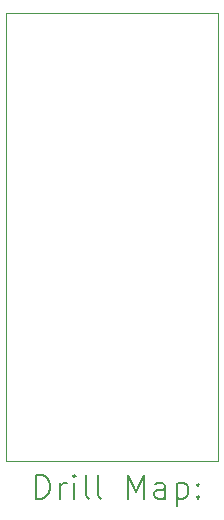
<source format=gbr>
%TF.GenerationSoftware,KiCad,Pcbnew,8.0.3*%
%TF.CreationDate,2024-06-18T14:47:22-04:00*%
%TF.ProjectId,SoarerMax,536f6172-6572-44d6-9178-2e6b69636164,rev?*%
%TF.SameCoordinates,Original*%
%TF.FileFunction,Drillmap*%
%TF.FilePolarity,Positive*%
%FSLAX45Y45*%
G04 Gerber Fmt 4.5, Leading zero omitted, Abs format (unit mm)*
G04 Created by KiCad (PCBNEW 8.0.3) date 2024-06-18 14:47:22*
%MOMM*%
%LPD*%
G01*
G04 APERTURE LIST*
%ADD10C,0.050000*%
%ADD11C,0.200000*%
G04 APERTURE END LIST*
D10*
X14000000Y-8100000D02*
X15800000Y-8100000D01*
X15800000Y-11900000D01*
X14000000Y-11900000D01*
X14000000Y-8100000D01*
D11*
X14258277Y-12213984D02*
X14258277Y-12013984D01*
X14258277Y-12013984D02*
X14305896Y-12013984D01*
X14305896Y-12013984D02*
X14334467Y-12023508D01*
X14334467Y-12023508D02*
X14353515Y-12042555D01*
X14353515Y-12042555D02*
X14363039Y-12061603D01*
X14363039Y-12061603D02*
X14372562Y-12099698D01*
X14372562Y-12099698D02*
X14372562Y-12128269D01*
X14372562Y-12128269D02*
X14363039Y-12166365D01*
X14363039Y-12166365D02*
X14353515Y-12185412D01*
X14353515Y-12185412D02*
X14334467Y-12204460D01*
X14334467Y-12204460D02*
X14305896Y-12213984D01*
X14305896Y-12213984D02*
X14258277Y-12213984D01*
X14458277Y-12213984D02*
X14458277Y-12080650D01*
X14458277Y-12118746D02*
X14467801Y-12099698D01*
X14467801Y-12099698D02*
X14477324Y-12090174D01*
X14477324Y-12090174D02*
X14496372Y-12080650D01*
X14496372Y-12080650D02*
X14515420Y-12080650D01*
X14582086Y-12213984D02*
X14582086Y-12080650D01*
X14582086Y-12013984D02*
X14572562Y-12023508D01*
X14572562Y-12023508D02*
X14582086Y-12033031D01*
X14582086Y-12033031D02*
X14591610Y-12023508D01*
X14591610Y-12023508D02*
X14582086Y-12013984D01*
X14582086Y-12013984D02*
X14582086Y-12033031D01*
X14705896Y-12213984D02*
X14686848Y-12204460D01*
X14686848Y-12204460D02*
X14677324Y-12185412D01*
X14677324Y-12185412D02*
X14677324Y-12013984D01*
X14810658Y-12213984D02*
X14791610Y-12204460D01*
X14791610Y-12204460D02*
X14782086Y-12185412D01*
X14782086Y-12185412D02*
X14782086Y-12013984D01*
X15039229Y-12213984D02*
X15039229Y-12013984D01*
X15039229Y-12013984D02*
X15105896Y-12156841D01*
X15105896Y-12156841D02*
X15172562Y-12013984D01*
X15172562Y-12013984D02*
X15172562Y-12213984D01*
X15353515Y-12213984D02*
X15353515Y-12109222D01*
X15353515Y-12109222D02*
X15343991Y-12090174D01*
X15343991Y-12090174D02*
X15324943Y-12080650D01*
X15324943Y-12080650D02*
X15286848Y-12080650D01*
X15286848Y-12080650D02*
X15267801Y-12090174D01*
X15353515Y-12204460D02*
X15334467Y-12213984D01*
X15334467Y-12213984D02*
X15286848Y-12213984D01*
X15286848Y-12213984D02*
X15267801Y-12204460D01*
X15267801Y-12204460D02*
X15258277Y-12185412D01*
X15258277Y-12185412D02*
X15258277Y-12166365D01*
X15258277Y-12166365D02*
X15267801Y-12147317D01*
X15267801Y-12147317D02*
X15286848Y-12137793D01*
X15286848Y-12137793D02*
X15334467Y-12137793D01*
X15334467Y-12137793D02*
X15353515Y-12128269D01*
X15448753Y-12080650D02*
X15448753Y-12280650D01*
X15448753Y-12090174D02*
X15467801Y-12080650D01*
X15467801Y-12080650D02*
X15505896Y-12080650D01*
X15505896Y-12080650D02*
X15524943Y-12090174D01*
X15524943Y-12090174D02*
X15534467Y-12099698D01*
X15534467Y-12099698D02*
X15543991Y-12118746D01*
X15543991Y-12118746D02*
X15543991Y-12175888D01*
X15543991Y-12175888D02*
X15534467Y-12194936D01*
X15534467Y-12194936D02*
X15524943Y-12204460D01*
X15524943Y-12204460D02*
X15505896Y-12213984D01*
X15505896Y-12213984D02*
X15467801Y-12213984D01*
X15467801Y-12213984D02*
X15448753Y-12204460D01*
X15629705Y-12194936D02*
X15639229Y-12204460D01*
X15639229Y-12204460D02*
X15629705Y-12213984D01*
X15629705Y-12213984D02*
X15620182Y-12204460D01*
X15620182Y-12204460D02*
X15629705Y-12194936D01*
X15629705Y-12194936D02*
X15629705Y-12213984D01*
X15629705Y-12090174D02*
X15639229Y-12099698D01*
X15639229Y-12099698D02*
X15629705Y-12109222D01*
X15629705Y-12109222D02*
X15620182Y-12099698D01*
X15620182Y-12099698D02*
X15629705Y-12090174D01*
X15629705Y-12090174D02*
X15629705Y-12109222D01*
M02*

</source>
